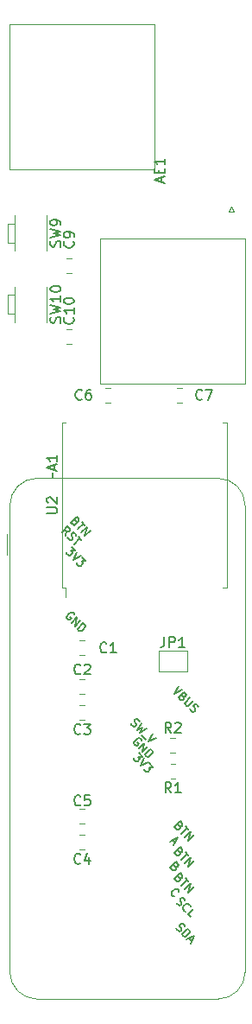
<source format=gbr>
%TF.GenerationSoftware,KiCad,Pcbnew,7.0.2-0*%
%TF.CreationDate,2023-07-09T23:01:49-07:00*%
%TF.ProjectId,thumbs-down-hw,7468756d-6273-42d6-946f-776e2d68772e,rev?*%
%TF.SameCoordinates,PX80fd3d8PY8977a68*%
%TF.FileFunction,Legend,Top*%
%TF.FilePolarity,Positive*%
%FSLAX46Y46*%
G04 Gerber Fmt 4.6, Leading zero omitted, Abs format (unit mm)*
G04 Created by KiCad (PCBNEW 7.0.2-0) date 2023-07-09 23:01:49*
%MOMM*%
%LPD*%
G01*
G04 APERTURE LIST*
%ADD10C,0.150000*%
%ADD11C,0.120000*%
G04 APERTURE END LIST*
D10*
X4699000Y51562000D02*
X4699000Y52070000D01*
X16858337Y7437144D02*
X16912211Y7329395D01*
X16912211Y7329395D02*
X17046898Y7194708D01*
X17046898Y7194708D02*
X17127711Y7167770D01*
X17127711Y7167770D02*
X17181586Y7167770D01*
X17181586Y7167770D02*
X17262398Y7194708D01*
X17262398Y7194708D02*
X17316273Y7248583D01*
X17316273Y7248583D02*
X17343210Y7329395D01*
X17343210Y7329395D02*
X17343210Y7383270D01*
X17343210Y7383270D02*
X17316273Y7464082D01*
X17316273Y7464082D02*
X17235460Y7598769D01*
X17235460Y7598769D02*
X17208523Y7679581D01*
X17208523Y7679581D02*
X17208523Y7733456D01*
X17208523Y7733456D02*
X17235460Y7814268D01*
X17235460Y7814268D02*
X17289335Y7868143D01*
X17289335Y7868143D02*
X17370147Y7895080D01*
X17370147Y7895080D02*
X17424022Y7895080D01*
X17424022Y7895080D02*
X17504834Y7868143D01*
X17504834Y7868143D02*
X17639521Y7733456D01*
X17639521Y7733456D02*
X17693396Y7625706D01*
X17397085Y6844521D02*
X17962770Y7410207D01*
X17962770Y7410207D02*
X18097457Y7275520D01*
X18097457Y7275520D02*
X18151332Y7167770D01*
X18151332Y7167770D02*
X18151332Y7060021D01*
X18151332Y7060021D02*
X18124395Y6979208D01*
X18124395Y6979208D02*
X18043583Y6844521D01*
X18043583Y6844521D02*
X17962770Y6763709D01*
X17962770Y6763709D02*
X17828083Y6682897D01*
X17828083Y6682897D02*
X17747271Y6655960D01*
X17747271Y6655960D02*
X17639521Y6655960D01*
X17639521Y6655960D02*
X17531772Y6709834D01*
X17531772Y6709834D02*
X17397085Y6844521D01*
X18097457Y6467398D02*
X18366831Y6198024D01*
X17881958Y6359648D02*
X18636205Y6736772D01*
X18636205Y6736772D02*
X18259082Y5982525D01*
X13192616Y24626362D02*
X13542802Y24276175D01*
X13542802Y24276175D02*
X13138741Y24249238D01*
X13138741Y24249238D02*
X13219553Y24168426D01*
X13219553Y24168426D02*
X13246490Y24087614D01*
X13246490Y24087614D02*
X13246490Y24033739D01*
X13246490Y24033739D02*
X13219553Y23952927D01*
X13219553Y23952927D02*
X13084866Y23818240D01*
X13084866Y23818240D02*
X13004054Y23791302D01*
X13004054Y23791302D02*
X12950179Y23791302D01*
X12950179Y23791302D02*
X12869367Y23818240D01*
X12869367Y23818240D02*
X12707742Y23979864D01*
X12707742Y23979864D02*
X12680805Y24060676D01*
X12680805Y24060676D02*
X12680805Y24114551D01*
X13704426Y24114551D02*
X13327303Y23360304D01*
X13327303Y23360304D02*
X14081550Y23737427D01*
X14216237Y23602740D02*
X14566423Y23252554D01*
X14566423Y23252554D02*
X14162362Y23225617D01*
X14162362Y23225617D02*
X14243174Y23144805D01*
X14243174Y23144805D02*
X14270112Y23063992D01*
X14270112Y23063992D02*
X14270112Y23010118D01*
X14270112Y23010118D02*
X14243174Y22929305D01*
X14243174Y22929305D02*
X14108487Y22794618D01*
X14108487Y22794618D02*
X14027675Y22767681D01*
X14027675Y22767681D02*
X13973800Y22767681D01*
X13973800Y22767681D02*
X13892988Y22794618D01*
X13892988Y22794618D02*
X13731364Y22956243D01*
X13731364Y22956243D02*
X13704426Y23037055D01*
X13704426Y23037055D02*
X13704426Y23090930D01*
X17046898Y31186079D02*
X16669775Y30431832D01*
X16669775Y30431832D02*
X17424022Y30808955D01*
X17531771Y30162458D02*
X17585646Y30054708D01*
X17585646Y30054708D02*
X17585646Y30000833D01*
X17585646Y30000833D02*
X17558709Y29920021D01*
X17558709Y29920021D02*
X17477896Y29839209D01*
X17477896Y29839209D02*
X17397084Y29812272D01*
X17397084Y29812272D02*
X17343209Y29812272D01*
X17343209Y29812272D02*
X17262397Y29839209D01*
X17262397Y29839209D02*
X17046898Y30054708D01*
X17046898Y30054708D02*
X17612583Y30620394D01*
X17612583Y30620394D02*
X17801145Y30431832D01*
X17801145Y30431832D02*
X17828083Y30351020D01*
X17828083Y30351020D02*
X17828083Y30297145D01*
X17828083Y30297145D02*
X17801145Y30216333D01*
X17801145Y30216333D02*
X17747270Y30162458D01*
X17747270Y30162458D02*
X17666458Y30135520D01*
X17666458Y30135520D02*
X17612583Y30135520D01*
X17612583Y30135520D02*
X17531771Y30162458D01*
X17531771Y30162458D02*
X17343209Y30351020D01*
X18178269Y30054708D02*
X17720333Y29596772D01*
X17720333Y29596772D02*
X17693396Y29515960D01*
X17693396Y29515960D02*
X17693396Y29462085D01*
X17693396Y29462085D02*
X17720333Y29381273D01*
X17720333Y29381273D02*
X17828083Y29273524D01*
X17828083Y29273524D02*
X17908895Y29246586D01*
X17908895Y29246586D02*
X17962770Y29246586D01*
X17962770Y29246586D02*
X18043582Y29273524D01*
X18043582Y29273524D02*
X18501518Y29731459D01*
X18205206Y28950275D02*
X18259081Y28842525D01*
X18259081Y28842525D02*
X18393768Y28707838D01*
X18393768Y28707838D02*
X18474580Y28680901D01*
X18474580Y28680901D02*
X18528455Y28680901D01*
X18528455Y28680901D02*
X18609267Y28707838D01*
X18609267Y28707838D02*
X18663142Y28761713D01*
X18663142Y28761713D02*
X18690079Y28842525D01*
X18690079Y28842525D02*
X18690079Y28896400D01*
X18690079Y28896400D02*
X18663142Y28977212D01*
X18663142Y28977212D02*
X18582330Y29111899D01*
X18582330Y29111899D02*
X18555392Y29192712D01*
X18555392Y29192712D02*
X18555392Y29246586D01*
X18555392Y29246586D02*
X18582330Y29327399D01*
X18582330Y29327399D02*
X18636205Y29381273D01*
X18636205Y29381273D02*
X18717017Y29408211D01*
X18717017Y29408211D02*
X18770892Y29408211D01*
X18770892Y29408211D02*
X18851704Y29381273D01*
X18851704Y29381273D02*
X18986391Y29246586D01*
X18986391Y29246586D02*
X19040266Y29138837D01*
X13435053Y25854050D02*
X13408115Y25934862D01*
X13408115Y25934862D02*
X13327303Y26015674D01*
X13327303Y26015674D02*
X13219553Y26069549D01*
X13219553Y26069549D02*
X13111804Y26069549D01*
X13111804Y26069549D02*
X13030992Y26042611D01*
X13030992Y26042611D02*
X12896305Y25961799D01*
X12896305Y25961799D02*
X12815492Y25880987D01*
X12815492Y25880987D02*
X12734680Y25746300D01*
X12734680Y25746300D02*
X12707743Y25665488D01*
X12707743Y25665488D02*
X12707743Y25557738D01*
X12707743Y25557738D02*
X12761618Y25449989D01*
X12761618Y25449989D02*
X12815492Y25396114D01*
X12815492Y25396114D02*
X12923242Y25342239D01*
X12923242Y25342239D02*
X12977117Y25342239D01*
X12977117Y25342239D02*
X13165679Y25530801D01*
X13165679Y25530801D02*
X13057929Y25638550D01*
X13165679Y25045928D02*
X13731364Y25611613D01*
X13731364Y25611613D02*
X13488927Y24722679D01*
X13488927Y24722679D02*
X14054613Y25288364D01*
X13758301Y24453305D02*
X14323987Y25018990D01*
X14323987Y25018990D02*
X14458674Y24884303D01*
X14458674Y24884303D02*
X14512549Y24776554D01*
X14512549Y24776554D02*
X14512549Y24668804D01*
X14512549Y24668804D02*
X14485611Y24587992D01*
X14485611Y24587992D02*
X14404799Y24453305D01*
X14404799Y24453305D02*
X14323987Y24372493D01*
X14323987Y24372493D02*
X14189300Y24291681D01*
X14189300Y24291681D02*
X14108488Y24264743D01*
X14108488Y24264743D02*
X14000738Y24264743D01*
X14000738Y24264743D02*
X13892988Y24318618D01*
X13892988Y24318618D02*
X13758301Y24453305D01*
X17166415Y17474224D02*
X17220290Y17366475D01*
X17220290Y17366475D02*
X17220290Y17312600D01*
X17220290Y17312600D02*
X17193352Y17231788D01*
X17193352Y17231788D02*
X17112540Y17150975D01*
X17112540Y17150975D02*
X17031728Y17124038D01*
X17031728Y17124038D02*
X16977853Y17124038D01*
X16977853Y17124038D02*
X16897041Y17150975D01*
X16897041Y17150975D02*
X16681542Y17366475D01*
X16681542Y17366475D02*
X17247227Y17932160D01*
X17247227Y17932160D02*
X17435789Y17743598D01*
X17435789Y17743598D02*
X17462726Y17662786D01*
X17462726Y17662786D02*
X17462726Y17608911D01*
X17462726Y17608911D02*
X17435789Y17528099D01*
X17435789Y17528099D02*
X17381914Y17474224D01*
X17381914Y17474224D02*
X17301102Y17447287D01*
X17301102Y17447287D02*
X17247227Y17447287D01*
X17247227Y17447287D02*
X17166415Y17474224D01*
X17166415Y17474224D02*
X16977853Y17662786D01*
X17732100Y17447287D02*
X18055349Y17124038D01*
X17328039Y16719977D02*
X17893725Y17285662D01*
X17678226Y16369791D02*
X18243911Y16935476D01*
X18243911Y16935476D02*
X18001474Y16046542D01*
X18001474Y16046542D02*
X18567160Y16612227D01*
X16452035Y16086410D02*
X16721409Y15817036D01*
X16236536Y15978660D02*
X16990783Y16355784D01*
X16990783Y16355784D02*
X16613660Y15601537D01*
X17166415Y14934224D02*
X17220290Y14826475D01*
X17220290Y14826475D02*
X17220290Y14772600D01*
X17220290Y14772600D02*
X17193352Y14691788D01*
X17193352Y14691788D02*
X17112540Y14610975D01*
X17112540Y14610975D02*
X17031728Y14584038D01*
X17031728Y14584038D02*
X16977853Y14584038D01*
X16977853Y14584038D02*
X16897041Y14610975D01*
X16897041Y14610975D02*
X16681542Y14826475D01*
X16681542Y14826475D02*
X17247227Y15392160D01*
X17247227Y15392160D02*
X17435789Y15203598D01*
X17435789Y15203598D02*
X17462726Y15122786D01*
X17462726Y15122786D02*
X17462726Y15068911D01*
X17462726Y15068911D02*
X17435789Y14988099D01*
X17435789Y14988099D02*
X17381914Y14934224D01*
X17381914Y14934224D02*
X17301102Y14907287D01*
X17301102Y14907287D02*
X17247227Y14907287D01*
X17247227Y14907287D02*
X17166415Y14934224D01*
X17166415Y14934224D02*
X16977853Y15122786D01*
X17732100Y14907287D02*
X18055349Y14584038D01*
X17328039Y14179977D02*
X17893725Y14745662D01*
X17678226Y13829791D02*
X18243911Y14395476D01*
X18243911Y14395476D02*
X18001474Y13506542D01*
X18001474Y13506542D02*
X18567160Y14072227D01*
X16761815Y13506004D02*
X16815690Y13398254D01*
X16815690Y13398254D02*
X16815690Y13344380D01*
X16815690Y13344380D02*
X16788753Y13263567D01*
X16788753Y13263567D02*
X16707940Y13182755D01*
X16707940Y13182755D02*
X16627128Y13155818D01*
X16627128Y13155818D02*
X16573253Y13155818D01*
X16573253Y13155818D02*
X16492441Y13182755D01*
X16492441Y13182755D02*
X16276942Y13398254D01*
X16276942Y13398254D02*
X16842627Y13963940D01*
X16842627Y13963940D02*
X17031189Y13775378D01*
X17031189Y13775378D02*
X17058127Y13694566D01*
X17058127Y13694566D02*
X17058127Y13640691D01*
X17058127Y13640691D02*
X17031189Y13559879D01*
X17031189Y13559879D02*
X16977314Y13506004D01*
X16977314Y13506004D02*
X16896502Y13479067D01*
X16896502Y13479067D02*
X16842627Y13479067D01*
X16842627Y13479067D02*
X16761815Y13506004D01*
X16761815Y13506004D02*
X16573253Y13694566D01*
X6588616Y44819362D02*
X6938802Y44469175D01*
X6938802Y44469175D02*
X6534741Y44442238D01*
X6534741Y44442238D02*
X6615553Y44361426D01*
X6615553Y44361426D02*
X6642490Y44280614D01*
X6642490Y44280614D02*
X6642490Y44226739D01*
X6642490Y44226739D02*
X6615553Y44145927D01*
X6615553Y44145927D02*
X6480866Y44011240D01*
X6480866Y44011240D02*
X6400054Y43984302D01*
X6400054Y43984302D02*
X6346179Y43984302D01*
X6346179Y43984302D02*
X6265367Y44011240D01*
X6265367Y44011240D02*
X6103742Y44172864D01*
X6103742Y44172864D02*
X6076805Y44253676D01*
X6076805Y44253676D02*
X6076805Y44307551D01*
X7100426Y44307551D02*
X6723303Y43553304D01*
X6723303Y43553304D02*
X7477550Y43930427D01*
X7612237Y43795740D02*
X7962423Y43445554D01*
X7962423Y43445554D02*
X7558362Y43418617D01*
X7558362Y43418617D02*
X7639174Y43337805D01*
X7639174Y43337805D02*
X7666112Y43256992D01*
X7666112Y43256992D02*
X7666112Y43203118D01*
X7666112Y43203118D02*
X7639174Y43122305D01*
X7639174Y43122305D02*
X7504487Y42987618D01*
X7504487Y42987618D02*
X7423675Y42960681D01*
X7423675Y42960681D02*
X7369800Y42960681D01*
X7369800Y42960681D02*
X7288988Y42987618D01*
X7288988Y42987618D02*
X7127364Y43149243D01*
X7127364Y43149243D02*
X7100426Y43230055D01*
X7100426Y43230055D02*
X7100426Y43283930D01*
X16871805Y9963676D02*
X16925680Y9855927D01*
X16925680Y9855927D02*
X17060367Y9721240D01*
X17060367Y9721240D02*
X17141179Y9694302D01*
X17141179Y9694302D02*
X17195054Y9694302D01*
X17195054Y9694302D02*
X17275866Y9721240D01*
X17275866Y9721240D02*
X17329741Y9775114D01*
X17329741Y9775114D02*
X17356678Y9855927D01*
X17356678Y9855927D02*
X17356678Y9909801D01*
X17356678Y9909801D02*
X17329741Y9990614D01*
X17329741Y9990614D02*
X17248929Y10125301D01*
X17248929Y10125301D02*
X17221991Y10206113D01*
X17221991Y10206113D02*
X17221991Y10259988D01*
X17221991Y10259988D02*
X17248929Y10340800D01*
X17248929Y10340800D02*
X17302803Y10394675D01*
X17302803Y10394675D02*
X17383616Y10421612D01*
X17383616Y10421612D02*
X17437490Y10421612D01*
X17437490Y10421612D02*
X17518303Y10394675D01*
X17518303Y10394675D02*
X17652990Y10259988D01*
X17652990Y10259988D02*
X17706864Y10152238D01*
X17787677Y9101679D02*
X17733802Y9101679D01*
X17733802Y9101679D02*
X17626052Y9155554D01*
X17626052Y9155554D02*
X17572178Y9209429D01*
X17572178Y9209429D02*
X17518303Y9317178D01*
X17518303Y9317178D02*
X17518303Y9424928D01*
X17518303Y9424928D02*
X17545240Y9505740D01*
X17545240Y9505740D02*
X17626052Y9640427D01*
X17626052Y9640427D02*
X17706865Y9721239D01*
X17706865Y9721239D02*
X17841552Y9802052D01*
X17841552Y9802052D02*
X17922364Y9828989D01*
X17922364Y9828989D02*
X18030113Y9828989D01*
X18030113Y9828989D02*
X18137863Y9775114D01*
X18137863Y9775114D02*
X18191738Y9721239D01*
X18191738Y9721239D02*
X18245613Y9613490D01*
X18245613Y9613490D02*
X18245613Y9559615D01*
X18245613Y8535994D02*
X17976239Y8805368D01*
X17976239Y8805368D02*
X18541924Y9371053D01*
X7006415Y47319224D02*
X7060290Y47211475D01*
X7060290Y47211475D02*
X7060290Y47157600D01*
X7060290Y47157600D02*
X7033352Y47076788D01*
X7033352Y47076788D02*
X6952540Y46995975D01*
X6952540Y46995975D02*
X6871728Y46969038D01*
X6871728Y46969038D02*
X6817853Y46969038D01*
X6817853Y46969038D02*
X6737041Y46995975D01*
X6737041Y46995975D02*
X6521542Y47211475D01*
X6521542Y47211475D02*
X7087227Y47777160D01*
X7087227Y47777160D02*
X7275789Y47588598D01*
X7275789Y47588598D02*
X7302726Y47507786D01*
X7302726Y47507786D02*
X7302726Y47453911D01*
X7302726Y47453911D02*
X7275789Y47373099D01*
X7275789Y47373099D02*
X7221914Y47319224D01*
X7221914Y47319224D02*
X7141102Y47292287D01*
X7141102Y47292287D02*
X7087227Y47292287D01*
X7087227Y47292287D02*
X7006415Y47319224D01*
X7006415Y47319224D02*
X6817853Y47507786D01*
X7572100Y47292287D02*
X7895349Y46969038D01*
X7168039Y46564977D02*
X7733725Y47130662D01*
X7518226Y46214791D02*
X8083911Y46780476D01*
X8083911Y46780476D02*
X7841474Y45891542D01*
X7841474Y45891542D02*
X8407160Y46457227D01*
X5955318Y45944879D02*
X6036130Y46402814D01*
X5632069Y46268127D02*
X6197754Y46833813D01*
X6197754Y46833813D02*
X6413254Y46618314D01*
X6413254Y46618314D02*
X6440191Y46537501D01*
X6440191Y46537501D02*
X6440191Y46483627D01*
X6440191Y46483627D02*
X6413254Y46402814D01*
X6413254Y46402814D02*
X6332441Y46322002D01*
X6332441Y46322002D02*
X6251629Y46295065D01*
X6251629Y46295065D02*
X6197754Y46295065D01*
X6197754Y46295065D02*
X6116942Y46322002D01*
X6116942Y46322002D02*
X5901443Y46537501D01*
X6197754Y45756317D02*
X6251629Y45648567D01*
X6251629Y45648567D02*
X6386316Y45513880D01*
X6386316Y45513880D02*
X6467128Y45486943D01*
X6467128Y45486943D02*
X6521003Y45486943D01*
X6521003Y45486943D02*
X6601815Y45513880D01*
X6601815Y45513880D02*
X6655690Y45567755D01*
X6655690Y45567755D02*
X6682628Y45648567D01*
X6682628Y45648567D02*
X6682628Y45702442D01*
X6682628Y45702442D02*
X6655690Y45783254D01*
X6655690Y45783254D02*
X6574878Y45917941D01*
X6574878Y45917941D02*
X6547941Y45998753D01*
X6547941Y45998753D02*
X6547941Y46052628D01*
X6547941Y46052628D02*
X6574878Y46133440D01*
X6574878Y46133440D02*
X6628753Y46187315D01*
X6628753Y46187315D02*
X6709565Y46214253D01*
X6709565Y46214253D02*
X6763440Y46214253D01*
X6763440Y46214253D02*
X6844252Y46187315D01*
X6844252Y46187315D02*
X6978939Y46052628D01*
X6978939Y46052628D02*
X7032814Y45944879D01*
X7221376Y45810191D02*
X7544625Y45486943D01*
X6817315Y45082882D02*
X7383000Y45648567D01*
X12411431Y27505050D02*
X12465306Y27397300D01*
X12465306Y27397300D02*
X12599993Y27262613D01*
X12599993Y27262613D02*
X12680805Y27235676D01*
X12680805Y27235676D02*
X12734680Y27235676D01*
X12734680Y27235676D02*
X12815492Y27262613D01*
X12815492Y27262613D02*
X12869367Y27316488D01*
X12869367Y27316488D02*
X12896304Y27397300D01*
X12896304Y27397300D02*
X12896304Y27451175D01*
X12896304Y27451175D02*
X12869367Y27531987D01*
X12869367Y27531987D02*
X12788555Y27666674D01*
X12788555Y27666674D02*
X12761617Y27747486D01*
X12761617Y27747486D02*
X12761617Y27801361D01*
X12761617Y27801361D02*
X12788555Y27882174D01*
X12788555Y27882174D02*
X12842430Y27936048D01*
X12842430Y27936048D02*
X12923242Y27962986D01*
X12923242Y27962986D02*
X12977117Y27962986D01*
X12977117Y27962986D02*
X13057929Y27936048D01*
X13057929Y27936048D02*
X13192616Y27801361D01*
X13192616Y27801361D02*
X13246491Y27693612D01*
X13461990Y27531987D02*
X13030992Y26831615D01*
X13030992Y26831615D02*
X13542802Y27127926D01*
X13542802Y27127926D02*
X13246491Y26616115D01*
X13246491Y26616115D02*
X13946863Y27047114D01*
X13408115Y26346741D02*
X13839114Y25915743D01*
X14512549Y26481428D02*
X14135425Y25727181D01*
X14135425Y25727181D02*
X14889673Y26104305D01*
X17166415Y12394224D02*
X17220290Y12286475D01*
X17220290Y12286475D02*
X17220290Y12232600D01*
X17220290Y12232600D02*
X17193352Y12151788D01*
X17193352Y12151788D02*
X17112540Y12070975D01*
X17112540Y12070975D02*
X17031728Y12044038D01*
X17031728Y12044038D02*
X16977853Y12044038D01*
X16977853Y12044038D02*
X16897041Y12070975D01*
X16897041Y12070975D02*
X16681542Y12286475D01*
X16681542Y12286475D02*
X17247227Y12852160D01*
X17247227Y12852160D02*
X17435789Y12663598D01*
X17435789Y12663598D02*
X17462726Y12582786D01*
X17462726Y12582786D02*
X17462726Y12528911D01*
X17462726Y12528911D02*
X17435789Y12448099D01*
X17435789Y12448099D02*
X17381914Y12394224D01*
X17381914Y12394224D02*
X17301102Y12367287D01*
X17301102Y12367287D02*
X17247227Y12367287D01*
X17247227Y12367287D02*
X17166415Y12394224D01*
X17166415Y12394224D02*
X16977853Y12582786D01*
X17732100Y12367287D02*
X18055349Y12044038D01*
X17328039Y11639977D02*
X17893725Y12205662D01*
X17678226Y11289791D02*
X18243911Y11855476D01*
X18243911Y11855476D02*
X18001474Y10966542D01*
X18001474Y10966542D02*
X18567160Y11532227D01*
X16654066Y10588880D02*
X16600191Y10588880D01*
X16600191Y10588880D02*
X16492441Y10642755D01*
X16492441Y10642755D02*
X16438566Y10696630D01*
X16438566Y10696630D02*
X16384692Y10804380D01*
X16384692Y10804380D02*
X16384692Y10912129D01*
X16384692Y10912129D02*
X16411629Y10992941D01*
X16411629Y10992941D02*
X16492441Y11127628D01*
X16492441Y11127628D02*
X16573253Y11208441D01*
X16573253Y11208441D02*
X16707940Y11289253D01*
X16707940Y11289253D02*
X16788753Y11316190D01*
X16788753Y11316190D02*
X16896502Y11316190D01*
X16896502Y11316190D02*
X17004252Y11262315D01*
X17004252Y11262315D02*
X17058127Y11208441D01*
X17058127Y11208441D02*
X17112001Y11100691D01*
X17112001Y11100691D02*
X17112001Y11046816D01*
X6831053Y38173050D02*
X6804115Y38253862D01*
X6804115Y38253862D02*
X6723303Y38334674D01*
X6723303Y38334674D02*
X6615553Y38388549D01*
X6615553Y38388549D02*
X6507804Y38388549D01*
X6507804Y38388549D02*
X6426992Y38361611D01*
X6426992Y38361611D02*
X6292305Y38280799D01*
X6292305Y38280799D02*
X6211492Y38199987D01*
X6211492Y38199987D02*
X6130680Y38065300D01*
X6130680Y38065300D02*
X6103743Y37984488D01*
X6103743Y37984488D02*
X6103743Y37876738D01*
X6103743Y37876738D02*
X6157618Y37768989D01*
X6157618Y37768989D02*
X6211492Y37715114D01*
X6211492Y37715114D02*
X6319242Y37661239D01*
X6319242Y37661239D02*
X6373117Y37661239D01*
X6373117Y37661239D02*
X6561679Y37849801D01*
X6561679Y37849801D02*
X6453929Y37957550D01*
X6561679Y37364928D02*
X7127364Y37930613D01*
X7127364Y37930613D02*
X6884927Y37041679D01*
X6884927Y37041679D02*
X7450613Y37607364D01*
X7154301Y36772305D02*
X7719987Y37337990D01*
X7719987Y37337990D02*
X7854674Y37203303D01*
X7854674Y37203303D02*
X7908549Y37095554D01*
X7908549Y37095554D02*
X7908549Y36987804D01*
X7908549Y36987804D02*
X7881611Y36906992D01*
X7881611Y36906992D02*
X7800799Y36772305D01*
X7800799Y36772305D02*
X7719987Y36691493D01*
X7719987Y36691493D02*
X7585300Y36610681D01*
X7585300Y36610681D02*
X7504488Y36583743D01*
X7504488Y36583743D02*
X7396738Y36583743D01*
X7396738Y36583743D02*
X7288988Y36637618D01*
X7288988Y36637618D02*
X7154301Y36772305D01*
%TO.C,C6*%
X7580333Y59322620D02*
X7532714Y59275000D01*
X7532714Y59275000D02*
X7389857Y59227381D01*
X7389857Y59227381D02*
X7294619Y59227381D01*
X7294619Y59227381D02*
X7151762Y59275000D01*
X7151762Y59275000D02*
X7056524Y59370239D01*
X7056524Y59370239D02*
X7008905Y59465477D01*
X7008905Y59465477D02*
X6961286Y59655953D01*
X6961286Y59655953D02*
X6961286Y59798810D01*
X6961286Y59798810D02*
X7008905Y59989286D01*
X7008905Y59989286D02*
X7056524Y60084524D01*
X7056524Y60084524D02*
X7151762Y60179762D01*
X7151762Y60179762D02*
X7294619Y60227381D01*
X7294619Y60227381D02*
X7389857Y60227381D01*
X7389857Y60227381D02*
X7532714Y60179762D01*
X7532714Y60179762D02*
X7580333Y60132143D01*
X8437476Y60227381D02*
X8247000Y60227381D01*
X8247000Y60227381D02*
X8151762Y60179762D01*
X8151762Y60179762D02*
X8104143Y60132143D01*
X8104143Y60132143D02*
X8008905Y59989286D01*
X8008905Y59989286D02*
X7961286Y59798810D01*
X7961286Y59798810D02*
X7961286Y59417858D01*
X7961286Y59417858D02*
X8008905Y59322620D01*
X8008905Y59322620D02*
X8056524Y59275000D01*
X8056524Y59275000D02*
X8151762Y59227381D01*
X8151762Y59227381D02*
X8342238Y59227381D01*
X8342238Y59227381D02*
X8437476Y59275000D01*
X8437476Y59275000D02*
X8485095Y59322620D01*
X8485095Y59322620D02*
X8532714Y59417858D01*
X8532714Y59417858D02*
X8532714Y59655953D01*
X8532714Y59655953D02*
X8485095Y59751191D01*
X8485095Y59751191D02*
X8437476Y59798810D01*
X8437476Y59798810D02*
X8342238Y59846429D01*
X8342238Y59846429D02*
X8151762Y59846429D01*
X8151762Y59846429D02*
X8056524Y59798810D01*
X8056524Y59798810D02*
X8008905Y59751191D01*
X8008905Y59751191D02*
X7961286Y59655953D01*
%TO.C,C5*%
X7453333Y19571620D02*
X7405714Y19524000D01*
X7405714Y19524000D02*
X7262857Y19476381D01*
X7262857Y19476381D02*
X7167619Y19476381D01*
X7167619Y19476381D02*
X7024762Y19524000D01*
X7024762Y19524000D02*
X6929524Y19619239D01*
X6929524Y19619239D02*
X6881905Y19714477D01*
X6881905Y19714477D02*
X6834286Y19904953D01*
X6834286Y19904953D02*
X6834286Y20047810D01*
X6834286Y20047810D02*
X6881905Y20238286D01*
X6881905Y20238286D02*
X6929524Y20333524D01*
X6929524Y20333524D02*
X7024762Y20428762D01*
X7024762Y20428762D02*
X7167619Y20476381D01*
X7167619Y20476381D02*
X7262857Y20476381D01*
X7262857Y20476381D02*
X7405714Y20428762D01*
X7405714Y20428762D02*
X7453333Y20381143D01*
X8358095Y20476381D02*
X7881905Y20476381D01*
X7881905Y20476381D02*
X7834286Y20000191D01*
X7834286Y20000191D02*
X7881905Y20047810D01*
X7881905Y20047810D02*
X7977143Y20095429D01*
X7977143Y20095429D02*
X8215238Y20095429D01*
X8215238Y20095429D02*
X8310476Y20047810D01*
X8310476Y20047810D02*
X8358095Y20000191D01*
X8358095Y20000191D02*
X8405714Y19904953D01*
X8405714Y19904953D02*
X8405714Y19666858D01*
X8405714Y19666858D02*
X8358095Y19571620D01*
X8358095Y19571620D02*
X8310476Y19524000D01*
X8310476Y19524000D02*
X8215238Y19476381D01*
X8215238Y19476381D02*
X7977143Y19476381D01*
X7977143Y19476381D02*
X7881905Y19524000D01*
X7881905Y19524000D02*
X7834286Y19571620D01*
%TO.C,C1*%
X9993333Y34557620D02*
X9945714Y34510000D01*
X9945714Y34510000D02*
X9802857Y34462381D01*
X9802857Y34462381D02*
X9707619Y34462381D01*
X9707619Y34462381D02*
X9564762Y34510000D01*
X9564762Y34510000D02*
X9469524Y34605239D01*
X9469524Y34605239D02*
X9421905Y34700477D01*
X9421905Y34700477D02*
X9374286Y34890953D01*
X9374286Y34890953D02*
X9374286Y35033810D01*
X9374286Y35033810D02*
X9421905Y35224286D01*
X9421905Y35224286D02*
X9469524Y35319524D01*
X9469524Y35319524D02*
X9564762Y35414762D01*
X9564762Y35414762D02*
X9707619Y35462381D01*
X9707619Y35462381D02*
X9802857Y35462381D01*
X9802857Y35462381D02*
X9945714Y35414762D01*
X9945714Y35414762D02*
X9993333Y35367143D01*
X10945714Y34462381D02*
X10374286Y34462381D01*
X10660000Y34462381D02*
X10660000Y35462381D01*
X10660000Y35462381D02*
X10564762Y35319524D01*
X10564762Y35319524D02*
X10469524Y35224286D01*
X10469524Y35224286D02*
X10374286Y35176667D01*
%TO.C,SW10*%
X5455000Y66770477D02*
X5502619Y66913334D01*
X5502619Y66913334D02*
X5502619Y67151429D01*
X5502619Y67151429D02*
X5455000Y67246667D01*
X5455000Y67246667D02*
X5407380Y67294286D01*
X5407380Y67294286D02*
X5312142Y67341905D01*
X5312142Y67341905D02*
X5216904Y67341905D01*
X5216904Y67341905D02*
X5121666Y67294286D01*
X5121666Y67294286D02*
X5074047Y67246667D01*
X5074047Y67246667D02*
X5026428Y67151429D01*
X5026428Y67151429D02*
X4978809Y66960953D01*
X4978809Y66960953D02*
X4931190Y66865715D01*
X4931190Y66865715D02*
X4883571Y66818096D01*
X4883571Y66818096D02*
X4788333Y66770477D01*
X4788333Y66770477D02*
X4693095Y66770477D01*
X4693095Y66770477D02*
X4597857Y66818096D01*
X4597857Y66818096D02*
X4550238Y66865715D01*
X4550238Y66865715D02*
X4502619Y66960953D01*
X4502619Y66960953D02*
X4502619Y67199048D01*
X4502619Y67199048D02*
X4550238Y67341905D01*
X4502619Y67675239D02*
X5502619Y67913334D01*
X5502619Y67913334D02*
X4788333Y68103810D01*
X4788333Y68103810D02*
X5502619Y68294286D01*
X5502619Y68294286D02*
X4502619Y68532381D01*
X5502619Y69437143D02*
X5502619Y68865715D01*
X5502619Y69151429D02*
X4502619Y69151429D01*
X4502619Y69151429D02*
X4645476Y69056191D01*
X4645476Y69056191D02*
X4740714Y68960953D01*
X4740714Y68960953D02*
X4788333Y68865715D01*
X4502619Y70056191D02*
X4502619Y70151429D01*
X4502619Y70151429D02*
X4550238Y70246667D01*
X4550238Y70246667D02*
X4597857Y70294286D01*
X4597857Y70294286D02*
X4693095Y70341905D01*
X4693095Y70341905D02*
X4883571Y70389524D01*
X4883571Y70389524D02*
X5121666Y70389524D01*
X5121666Y70389524D02*
X5312142Y70341905D01*
X5312142Y70341905D02*
X5407380Y70294286D01*
X5407380Y70294286D02*
X5455000Y70246667D01*
X5455000Y70246667D02*
X5502619Y70151429D01*
X5502619Y70151429D02*
X5502619Y70056191D01*
X5502619Y70056191D02*
X5455000Y69960953D01*
X5455000Y69960953D02*
X5407380Y69913334D01*
X5407380Y69913334D02*
X5312142Y69865715D01*
X5312142Y69865715D02*
X5121666Y69818096D01*
X5121666Y69818096D02*
X4883571Y69818096D01*
X4883571Y69818096D02*
X4693095Y69865715D01*
X4693095Y69865715D02*
X4597857Y69913334D01*
X4597857Y69913334D02*
X4550238Y69960953D01*
X4550238Y69960953D02*
X4502619Y70056191D01*
%TO.C,R1*%
X16343333Y20747381D02*
X16010000Y21223572D01*
X15771905Y20747381D02*
X15771905Y21747381D01*
X15771905Y21747381D02*
X16152857Y21747381D01*
X16152857Y21747381D02*
X16248095Y21699762D01*
X16248095Y21699762D02*
X16295714Y21652143D01*
X16295714Y21652143D02*
X16343333Y21556905D01*
X16343333Y21556905D02*
X16343333Y21414048D01*
X16343333Y21414048D02*
X16295714Y21318810D01*
X16295714Y21318810D02*
X16248095Y21271191D01*
X16248095Y21271191D02*
X16152857Y21223572D01*
X16152857Y21223572D02*
X15771905Y21223572D01*
X17295714Y20747381D02*
X16724286Y20747381D01*
X17010000Y20747381D02*
X17010000Y21747381D01*
X17010000Y21747381D02*
X16914762Y21604524D01*
X16914762Y21604524D02*
X16819524Y21509286D01*
X16819524Y21509286D02*
X16724286Y21461667D01*
%TO.C,C3*%
X7453333Y26556620D02*
X7405714Y26509000D01*
X7405714Y26509000D02*
X7262857Y26461381D01*
X7262857Y26461381D02*
X7167619Y26461381D01*
X7167619Y26461381D02*
X7024762Y26509000D01*
X7024762Y26509000D02*
X6929524Y26604239D01*
X6929524Y26604239D02*
X6881905Y26699477D01*
X6881905Y26699477D02*
X6834286Y26889953D01*
X6834286Y26889953D02*
X6834286Y27032810D01*
X6834286Y27032810D02*
X6881905Y27223286D01*
X6881905Y27223286D02*
X6929524Y27318524D01*
X6929524Y27318524D02*
X7024762Y27413762D01*
X7024762Y27413762D02*
X7167619Y27461381D01*
X7167619Y27461381D02*
X7262857Y27461381D01*
X7262857Y27461381D02*
X7405714Y27413762D01*
X7405714Y27413762D02*
X7453333Y27366143D01*
X7786667Y27461381D02*
X8405714Y27461381D01*
X8405714Y27461381D02*
X8072381Y27080429D01*
X8072381Y27080429D02*
X8215238Y27080429D01*
X8215238Y27080429D02*
X8310476Y27032810D01*
X8310476Y27032810D02*
X8358095Y26985191D01*
X8358095Y26985191D02*
X8405714Y26889953D01*
X8405714Y26889953D02*
X8405714Y26651858D01*
X8405714Y26651858D02*
X8358095Y26556620D01*
X8358095Y26556620D02*
X8310476Y26509000D01*
X8310476Y26509000D02*
X8215238Y26461381D01*
X8215238Y26461381D02*
X7929524Y26461381D01*
X7929524Y26461381D02*
X7834286Y26509000D01*
X7834286Y26509000D02*
X7786667Y26556620D01*
%TO.C,A1*%
X4875904Y52371715D02*
X4875904Y52847905D01*
X5161619Y52276477D02*
X4161619Y52609810D01*
X4161619Y52609810D02*
X5161619Y52943143D01*
X5161619Y53800286D02*
X5161619Y53228858D01*
X5161619Y53514572D02*
X4161619Y53514572D01*
X4161619Y53514572D02*
X4304476Y53419334D01*
X4304476Y53419334D02*
X4399714Y53324096D01*
X4399714Y53324096D02*
X4447333Y53228858D01*
%TO.C,C10*%
X6717380Y67302143D02*
X6765000Y67254524D01*
X6765000Y67254524D02*
X6812619Y67111667D01*
X6812619Y67111667D02*
X6812619Y67016429D01*
X6812619Y67016429D02*
X6765000Y66873572D01*
X6765000Y66873572D02*
X6669761Y66778334D01*
X6669761Y66778334D02*
X6574523Y66730715D01*
X6574523Y66730715D02*
X6384047Y66683096D01*
X6384047Y66683096D02*
X6241190Y66683096D01*
X6241190Y66683096D02*
X6050714Y66730715D01*
X6050714Y66730715D02*
X5955476Y66778334D01*
X5955476Y66778334D02*
X5860238Y66873572D01*
X5860238Y66873572D02*
X5812619Y67016429D01*
X5812619Y67016429D02*
X5812619Y67111667D01*
X5812619Y67111667D02*
X5860238Y67254524D01*
X5860238Y67254524D02*
X5907857Y67302143D01*
X6812619Y68254524D02*
X6812619Y67683096D01*
X6812619Y67968810D02*
X5812619Y67968810D01*
X5812619Y67968810D02*
X5955476Y67873572D01*
X5955476Y67873572D02*
X6050714Y67778334D01*
X6050714Y67778334D02*
X6098333Y67683096D01*
X5812619Y68873572D02*
X5812619Y68968810D01*
X5812619Y68968810D02*
X5860238Y69064048D01*
X5860238Y69064048D02*
X5907857Y69111667D01*
X5907857Y69111667D02*
X6003095Y69159286D01*
X6003095Y69159286D02*
X6193571Y69206905D01*
X6193571Y69206905D02*
X6431666Y69206905D01*
X6431666Y69206905D02*
X6622142Y69159286D01*
X6622142Y69159286D02*
X6717380Y69111667D01*
X6717380Y69111667D02*
X6765000Y69064048D01*
X6765000Y69064048D02*
X6812619Y68968810D01*
X6812619Y68968810D02*
X6812619Y68873572D01*
X6812619Y68873572D02*
X6765000Y68778334D01*
X6765000Y68778334D02*
X6717380Y68730715D01*
X6717380Y68730715D02*
X6622142Y68683096D01*
X6622142Y68683096D02*
X6431666Y68635477D01*
X6431666Y68635477D02*
X6193571Y68635477D01*
X6193571Y68635477D02*
X6003095Y68683096D01*
X6003095Y68683096D02*
X5907857Y68730715D01*
X5907857Y68730715D02*
X5860238Y68778334D01*
X5860238Y68778334D02*
X5812619Y68873572D01*
%TO.C,C4*%
X7453333Y13856620D02*
X7405714Y13809000D01*
X7405714Y13809000D02*
X7262857Y13761381D01*
X7262857Y13761381D02*
X7167619Y13761381D01*
X7167619Y13761381D02*
X7024762Y13809000D01*
X7024762Y13809000D02*
X6929524Y13904239D01*
X6929524Y13904239D02*
X6881905Y13999477D01*
X6881905Y13999477D02*
X6834286Y14189953D01*
X6834286Y14189953D02*
X6834286Y14332810D01*
X6834286Y14332810D02*
X6881905Y14523286D01*
X6881905Y14523286D02*
X6929524Y14618524D01*
X6929524Y14618524D02*
X7024762Y14713762D01*
X7024762Y14713762D02*
X7167619Y14761381D01*
X7167619Y14761381D02*
X7262857Y14761381D01*
X7262857Y14761381D02*
X7405714Y14713762D01*
X7405714Y14713762D02*
X7453333Y14666143D01*
X8310476Y14428048D02*
X8310476Y13761381D01*
X8072381Y14809000D02*
X7834286Y14094715D01*
X7834286Y14094715D02*
X8453333Y14094715D01*
%TO.C,AE1*%
X15401904Y80528334D02*
X15401904Y81004524D01*
X15687619Y80433096D02*
X14687619Y80766429D01*
X14687619Y80766429D02*
X15687619Y81099762D01*
X15163809Y81433096D02*
X15163809Y81766429D01*
X15687619Y81909286D02*
X15687619Y81433096D01*
X15687619Y81433096D02*
X14687619Y81433096D01*
X14687619Y81433096D02*
X14687619Y81909286D01*
X15687619Y82861667D02*
X15687619Y82290239D01*
X15687619Y82575953D02*
X14687619Y82575953D01*
X14687619Y82575953D02*
X14830476Y82480715D01*
X14830476Y82480715D02*
X14925714Y82385477D01*
X14925714Y82385477D02*
X14973333Y82290239D01*
%TO.C,C9*%
X6717380Y74763334D02*
X6765000Y74715715D01*
X6765000Y74715715D02*
X6812619Y74572858D01*
X6812619Y74572858D02*
X6812619Y74477620D01*
X6812619Y74477620D02*
X6765000Y74334763D01*
X6765000Y74334763D02*
X6669761Y74239525D01*
X6669761Y74239525D02*
X6574523Y74191906D01*
X6574523Y74191906D02*
X6384047Y74144287D01*
X6384047Y74144287D02*
X6241190Y74144287D01*
X6241190Y74144287D02*
X6050714Y74191906D01*
X6050714Y74191906D02*
X5955476Y74239525D01*
X5955476Y74239525D02*
X5860238Y74334763D01*
X5860238Y74334763D02*
X5812619Y74477620D01*
X5812619Y74477620D02*
X5812619Y74572858D01*
X5812619Y74572858D02*
X5860238Y74715715D01*
X5860238Y74715715D02*
X5907857Y74763334D01*
X6812619Y75239525D02*
X6812619Y75430001D01*
X6812619Y75430001D02*
X6765000Y75525239D01*
X6765000Y75525239D02*
X6717380Y75572858D01*
X6717380Y75572858D02*
X6574523Y75668096D01*
X6574523Y75668096D02*
X6384047Y75715715D01*
X6384047Y75715715D02*
X6003095Y75715715D01*
X6003095Y75715715D02*
X5907857Y75668096D01*
X5907857Y75668096D02*
X5860238Y75620477D01*
X5860238Y75620477D02*
X5812619Y75525239D01*
X5812619Y75525239D02*
X5812619Y75334763D01*
X5812619Y75334763D02*
X5860238Y75239525D01*
X5860238Y75239525D02*
X5907857Y75191906D01*
X5907857Y75191906D02*
X6003095Y75144287D01*
X6003095Y75144287D02*
X6241190Y75144287D01*
X6241190Y75144287D02*
X6336428Y75191906D01*
X6336428Y75191906D02*
X6384047Y75239525D01*
X6384047Y75239525D02*
X6431666Y75334763D01*
X6431666Y75334763D02*
X6431666Y75525239D01*
X6431666Y75525239D02*
X6384047Y75620477D01*
X6384047Y75620477D02*
X6336428Y75668096D01*
X6336428Y75668096D02*
X6241190Y75715715D01*
%TO.C,JP1*%
X15676666Y35992381D02*
X15676666Y35278096D01*
X15676666Y35278096D02*
X15629047Y35135239D01*
X15629047Y35135239D02*
X15533809Y35040000D01*
X15533809Y35040000D02*
X15390952Y34992381D01*
X15390952Y34992381D02*
X15295714Y34992381D01*
X16152857Y34992381D02*
X16152857Y35992381D01*
X16152857Y35992381D02*
X16533809Y35992381D01*
X16533809Y35992381D02*
X16629047Y35944762D01*
X16629047Y35944762D02*
X16676666Y35897143D01*
X16676666Y35897143D02*
X16724285Y35801905D01*
X16724285Y35801905D02*
X16724285Y35659048D01*
X16724285Y35659048D02*
X16676666Y35563810D01*
X16676666Y35563810D02*
X16629047Y35516191D01*
X16629047Y35516191D02*
X16533809Y35468572D01*
X16533809Y35468572D02*
X16152857Y35468572D01*
X17676666Y34992381D02*
X17105238Y34992381D01*
X17390952Y34992381D02*
X17390952Y35992381D01*
X17390952Y35992381D02*
X17295714Y35849524D01*
X17295714Y35849524D02*
X17200476Y35754286D01*
X17200476Y35754286D02*
X17105238Y35706667D01*
%TO.C,C7*%
X19391333Y59322620D02*
X19343714Y59275000D01*
X19343714Y59275000D02*
X19200857Y59227381D01*
X19200857Y59227381D02*
X19105619Y59227381D01*
X19105619Y59227381D02*
X18962762Y59275000D01*
X18962762Y59275000D02*
X18867524Y59370239D01*
X18867524Y59370239D02*
X18819905Y59465477D01*
X18819905Y59465477D02*
X18772286Y59655953D01*
X18772286Y59655953D02*
X18772286Y59798810D01*
X18772286Y59798810D02*
X18819905Y59989286D01*
X18819905Y59989286D02*
X18867524Y60084524D01*
X18867524Y60084524D02*
X18962762Y60179762D01*
X18962762Y60179762D02*
X19105619Y60227381D01*
X19105619Y60227381D02*
X19200857Y60227381D01*
X19200857Y60227381D02*
X19343714Y60179762D01*
X19343714Y60179762D02*
X19391333Y60132143D01*
X19724667Y60227381D02*
X20391333Y60227381D01*
X20391333Y60227381D02*
X19962762Y59227381D01*
%TO.C,C2*%
X7453333Y32427620D02*
X7405714Y32380000D01*
X7405714Y32380000D02*
X7262857Y32332381D01*
X7262857Y32332381D02*
X7167619Y32332381D01*
X7167619Y32332381D02*
X7024762Y32380000D01*
X7024762Y32380000D02*
X6929524Y32475239D01*
X6929524Y32475239D02*
X6881905Y32570477D01*
X6881905Y32570477D02*
X6834286Y32760953D01*
X6834286Y32760953D02*
X6834286Y32903810D01*
X6834286Y32903810D02*
X6881905Y33094286D01*
X6881905Y33094286D02*
X6929524Y33189524D01*
X6929524Y33189524D02*
X7024762Y33284762D01*
X7024762Y33284762D02*
X7167619Y33332381D01*
X7167619Y33332381D02*
X7262857Y33332381D01*
X7262857Y33332381D02*
X7405714Y33284762D01*
X7405714Y33284762D02*
X7453333Y33237143D01*
X7834286Y33237143D02*
X7881905Y33284762D01*
X7881905Y33284762D02*
X7977143Y33332381D01*
X7977143Y33332381D02*
X8215238Y33332381D01*
X8215238Y33332381D02*
X8310476Y33284762D01*
X8310476Y33284762D02*
X8358095Y33237143D01*
X8358095Y33237143D02*
X8405714Y33141905D01*
X8405714Y33141905D02*
X8405714Y33046667D01*
X8405714Y33046667D02*
X8358095Y32903810D01*
X8358095Y32903810D02*
X7786667Y32332381D01*
X7786667Y32332381D02*
X8405714Y32332381D01*
%TO.C,R2*%
X16343333Y26617381D02*
X16010000Y27093572D01*
X15771905Y26617381D02*
X15771905Y27617381D01*
X15771905Y27617381D02*
X16152857Y27617381D01*
X16152857Y27617381D02*
X16248095Y27569762D01*
X16248095Y27569762D02*
X16295714Y27522143D01*
X16295714Y27522143D02*
X16343333Y27426905D01*
X16343333Y27426905D02*
X16343333Y27284048D01*
X16343333Y27284048D02*
X16295714Y27188810D01*
X16295714Y27188810D02*
X16248095Y27141191D01*
X16248095Y27141191D02*
X16152857Y27093572D01*
X16152857Y27093572D02*
X15771905Y27093572D01*
X16724286Y27522143D02*
X16771905Y27569762D01*
X16771905Y27569762D02*
X16867143Y27617381D01*
X16867143Y27617381D02*
X17105238Y27617381D01*
X17105238Y27617381D02*
X17200476Y27569762D01*
X17200476Y27569762D02*
X17248095Y27522143D01*
X17248095Y27522143D02*
X17295714Y27426905D01*
X17295714Y27426905D02*
X17295714Y27331667D01*
X17295714Y27331667D02*
X17248095Y27188810D01*
X17248095Y27188810D02*
X16676667Y26617381D01*
X16676667Y26617381D02*
X17295714Y26617381D01*
%TO.C,SW9*%
X5455000Y74231668D02*
X5502619Y74374525D01*
X5502619Y74374525D02*
X5502619Y74612620D01*
X5502619Y74612620D02*
X5455000Y74707858D01*
X5455000Y74707858D02*
X5407380Y74755477D01*
X5407380Y74755477D02*
X5312142Y74803096D01*
X5312142Y74803096D02*
X5216904Y74803096D01*
X5216904Y74803096D02*
X5121666Y74755477D01*
X5121666Y74755477D02*
X5074047Y74707858D01*
X5074047Y74707858D02*
X5026428Y74612620D01*
X5026428Y74612620D02*
X4978809Y74422144D01*
X4978809Y74422144D02*
X4931190Y74326906D01*
X4931190Y74326906D02*
X4883571Y74279287D01*
X4883571Y74279287D02*
X4788333Y74231668D01*
X4788333Y74231668D02*
X4693095Y74231668D01*
X4693095Y74231668D02*
X4597857Y74279287D01*
X4597857Y74279287D02*
X4550238Y74326906D01*
X4550238Y74326906D02*
X4502619Y74422144D01*
X4502619Y74422144D02*
X4502619Y74660239D01*
X4502619Y74660239D02*
X4550238Y74803096D01*
X4502619Y75136430D02*
X5502619Y75374525D01*
X5502619Y75374525D02*
X4788333Y75565001D01*
X4788333Y75565001D02*
X5502619Y75755477D01*
X5502619Y75755477D02*
X4502619Y75993572D01*
X5502619Y76422144D02*
X5502619Y76612620D01*
X5502619Y76612620D02*
X5455000Y76707858D01*
X5455000Y76707858D02*
X5407380Y76755477D01*
X5407380Y76755477D02*
X5264523Y76850715D01*
X5264523Y76850715D02*
X5074047Y76898334D01*
X5074047Y76898334D02*
X4693095Y76898334D01*
X4693095Y76898334D02*
X4597857Y76850715D01*
X4597857Y76850715D02*
X4550238Y76803096D01*
X4550238Y76803096D02*
X4502619Y76707858D01*
X4502619Y76707858D02*
X4502619Y76517382D01*
X4502619Y76517382D02*
X4550238Y76422144D01*
X4550238Y76422144D02*
X4597857Y76374525D01*
X4597857Y76374525D02*
X4693095Y76326906D01*
X4693095Y76326906D02*
X4931190Y76326906D01*
X4931190Y76326906D02*
X5026428Y76374525D01*
X5026428Y76374525D02*
X5074047Y76422144D01*
X5074047Y76422144D02*
X5121666Y76517382D01*
X5121666Y76517382D02*
X5121666Y76707858D01*
X5121666Y76707858D02*
X5074047Y76803096D01*
X5074047Y76803096D02*
X5026428Y76850715D01*
X5026428Y76850715D02*
X4931190Y76898334D01*
%TO.C,U2*%
X4161619Y48133096D02*
X4971142Y48133096D01*
X4971142Y48133096D02*
X5066380Y48180715D01*
X5066380Y48180715D02*
X5114000Y48228334D01*
X5114000Y48228334D02*
X5161619Y48323572D01*
X5161619Y48323572D02*
X5161619Y48514048D01*
X5161619Y48514048D02*
X5114000Y48609286D01*
X5114000Y48609286D02*
X5066380Y48656905D01*
X5066380Y48656905D02*
X4971142Y48704524D01*
X4971142Y48704524D02*
X4161619Y48704524D01*
X4256857Y49133096D02*
X4209238Y49180715D01*
X4209238Y49180715D02*
X4161619Y49275953D01*
X4161619Y49275953D02*
X4161619Y49514048D01*
X4161619Y49514048D02*
X4209238Y49609286D01*
X4209238Y49609286D02*
X4256857Y49656905D01*
X4256857Y49656905D02*
X4352095Y49704524D01*
X4352095Y49704524D02*
X4447333Y49704524D01*
X4447333Y49704524D02*
X4590190Y49656905D01*
X4590190Y49656905D02*
X5161619Y49085477D01*
X5161619Y49085477D02*
X5161619Y49704524D01*
D11*
%TO.C,C6*%
X9898748Y60425000D02*
X10421252Y60425000D01*
X9898748Y58955000D02*
X10421252Y58955000D01*
%TO.C,C5*%
X7358748Y19150000D02*
X7881252Y19150000D01*
X7358748Y17680000D02*
X7881252Y17680000D01*
%TO.C,C1*%
X7358748Y35660000D02*
X7881252Y35660000D01*
X7358748Y34190000D02*
X7881252Y34190000D01*
%TO.C,SW10*%
X4090000Y70330000D02*
X4090000Y66830000D01*
X340000Y69530000D02*
X990000Y69530000D01*
X990000Y67630000D02*
X340000Y67630000D01*
X340000Y67630000D02*
X340000Y69530000D01*
X990000Y66830000D02*
X990000Y70330000D01*
%TO.C,R1*%
X16737064Y22125000D02*
X16282936Y22125000D01*
X16737064Y23595000D02*
X16282936Y23595000D01*
%TO.C,C3*%
X7358748Y29310000D02*
X7881252Y29310000D01*
X7358748Y27840000D02*
X7881252Y27840000D01*
%TO.C,A1*%
X205000Y44085000D02*
X205000Y46085000D01*
X525000Y48895000D02*
X525000Y3175000D01*
X20955000Y51545000D02*
X3175000Y51545000D01*
X20955000Y525000D02*
X3175000Y525000D01*
X23605000Y48895000D02*
X23605000Y3175000D01*
X3175000Y51545000D02*
G75*
G03*
X525000Y48895000I0J-2650000D01*
G01*
X525000Y3175000D02*
G75*
G03*
X3175000Y525000I2650000J0D01*
G01*
X23605000Y48895000D02*
G75*
G03*
X20955000Y51545000I-2650000J0D01*
G01*
X20955000Y525000D02*
G75*
G03*
X23605000Y3175000I0J2650000D01*
G01*
%TO.C,C10*%
X6088748Y66140000D02*
X6611252Y66140000D01*
X6088748Y64670000D02*
X6611252Y64670000D01*
%TO.C,SW1*%
X9410000Y60845000D02*
X23610000Y60845000D01*
X23610000Y60845000D02*
X23610000Y75045000D01*
X9410000Y75045000D02*
X9410000Y60845000D01*
X23610000Y75045000D02*
X9410000Y75045000D01*
%TO.C,C4*%
X7358748Y16610000D02*
X7881252Y16610000D01*
X7358748Y15140000D02*
X7881252Y15140000D01*
%TO.C,AE1*%
X22225000Y78195000D02*
X22475000Y77695000D01*
X22475000Y77695000D02*
X21975000Y77695000D01*
X21975000Y77695000D02*
X22225000Y78195000D01*
%TO.C,SW3*%
X520000Y81800000D02*
X14720000Y81800000D01*
X14720000Y81800000D02*
X14720000Y96000000D01*
X520000Y96000000D02*
X520000Y81800000D01*
X14720000Y96000000D02*
X520000Y96000000D01*
%TO.C,C9*%
X6088748Y73125000D02*
X6611252Y73125000D01*
X6088748Y71655000D02*
X6611252Y71655000D01*
%TO.C,JP1*%
X15110000Y34655000D02*
X17910000Y34655000D01*
X15110000Y32655000D02*
X15110000Y34655000D01*
X17910000Y34655000D02*
X17910000Y32655000D01*
X17910000Y32655000D02*
X15110000Y32655000D01*
%TO.C,C7*%
X16883748Y60425000D02*
X17406252Y60425000D01*
X16883748Y58955000D02*
X17406252Y58955000D01*
%TO.C,C2*%
X7358748Y31850000D02*
X7881252Y31850000D01*
X7358748Y30380000D02*
X7881252Y30380000D01*
%TO.C,R2*%
X16248748Y26135000D02*
X16771252Y26135000D01*
X16248748Y24665000D02*
X16771252Y24665000D01*
%TO.C,SW9*%
X4090000Y77315000D02*
X4090000Y73815000D01*
X340000Y76515000D02*
X990000Y76515000D01*
X990000Y74615000D02*
X340000Y74615000D01*
X340000Y74615000D02*
X340000Y76515000D01*
X990000Y73815000D02*
X990000Y77315000D01*
%TO.C,U2*%
X5616000Y40795000D02*
X5966000Y40795000D01*
X5616000Y40795000D02*
X5616000Y56995000D01*
X5966000Y40795000D02*
X5966000Y39895000D01*
X21416000Y40795000D02*
X21816000Y40795000D01*
X21816000Y40795000D02*
X21816000Y56995000D01*
X5616000Y56995000D02*
X6016000Y56995000D01*
X21816000Y56995000D02*
X21416000Y56995000D01*
%TD*%
M02*

</source>
